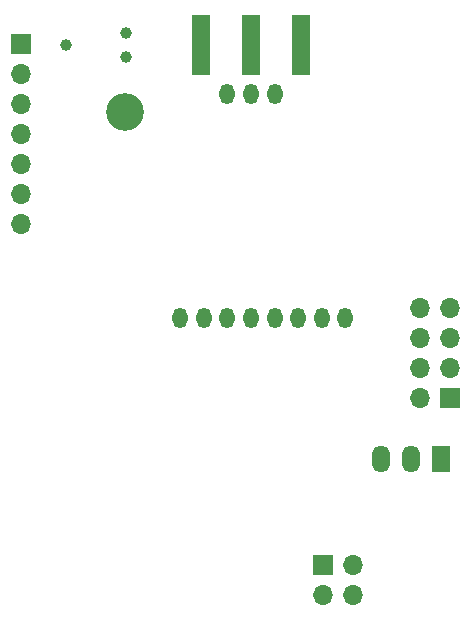
<source format=gbs>
G04 #@! TF.GenerationSoftware,KiCad,Pcbnew,(5.1.9-0-10_14)*
G04 #@! TF.CreationDate,2021-06-21T08:57:09+02:00*
G04 #@! TF.ProjectId,ithowifi_4l,6974686f-7769-4666-995f-346c2e6b6963,rev?*
G04 #@! TF.SameCoordinates,Original*
G04 #@! TF.FileFunction,Soldermask,Bot*
G04 #@! TF.FilePolarity,Negative*
%FSLAX46Y46*%
G04 Gerber Fmt 4.6, Leading zero omitted, Abs format (unit mm)*
G04 Created by KiCad (PCBNEW (5.1.9-0-10_14)) date 2021-06-21 08:57:09*
%MOMM*%
%LPD*%
G01*
G04 APERTURE LIST*
%ADD10O,1.300000X1.750000*%
%ADD11O,1.700000X1.700000*%
%ADD12R,1.700000X1.700000*%
%ADD13C,3.200000*%
%ADD14C,0.990600*%
%ADD15C,1.500000*%
%ADD16R,1.500000X5.080000*%
%ADD17O,1.500000X2.300000*%
%ADD18R,1.500000X2.300000*%
G04 APERTURE END LIST*
D10*
X107172000Y-112039000D03*
X105172000Y-112039000D03*
X103172000Y-112039000D03*
X99172000Y-131039000D03*
X101172000Y-131039000D03*
X103172000Y-131039000D03*
X105172000Y-131039000D03*
X107172000Y-131039000D03*
X109172000Y-131039000D03*
X111172000Y-131039000D03*
X113172000Y-131039000D03*
D11*
X113832000Y-154468000D03*
X111292000Y-154468000D03*
X113832000Y-151928000D03*
D12*
X111292000Y-151928000D03*
D13*
X94488000Y-113538000D03*
D14*
X94576000Y-108917400D03*
X94576000Y-106885400D03*
X89496000Y-107901400D03*
D15*
X105181400Y-109474000D03*
D11*
X85725000Y-123037600D03*
X85725000Y-120497600D03*
X85725000Y-117957600D03*
X85725000Y-115417600D03*
X85725000Y-112877600D03*
X85725000Y-110337600D03*
D12*
X85725000Y-107797600D03*
D16*
X100931400Y-107848400D03*
X109431400Y-107848400D03*
X105181400Y-107848400D03*
D17*
X116179600Y-142951200D03*
X118719600Y-142951200D03*
D18*
X121259600Y-142951200D03*
D12*
X122047000Y-137795000D03*
D11*
X119507000Y-137795000D03*
X122047000Y-135255000D03*
X119507000Y-135255000D03*
X122047000Y-132715000D03*
X119507000Y-132715000D03*
X122047000Y-130175000D03*
X119507000Y-130175000D03*
M02*

</source>
